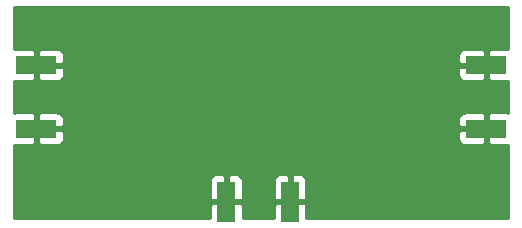
<source format=gbr>
G04 #@! TF.GenerationSoftware,KiCad,Pcbnew,5.1.9-5.1.9*
G04 #@! TF.CreationDate,2021-02-06T16:07:34+03:00*
G04 #@! TF.ProjectId,mix,6d69782e-6b69-4636-9164-5f7063625858,rev?*
G04 #@! TF.SameCoordinates,Original*
G04 #@! TF.FileFunction,Copper,L2,Bot*
G04 #@! TF.FilePolarity,Positive*
%FSLAX46Y46*%
G04 Gerber Fmt 4.6, Leading zero omitted, Abs format (unit mm)*
G04 Created by KiCad (PCBNEW 5.1.9-5.1.9) date 2021-02-06 16:07:34*
%MOMM*%
%LPD*%
G01*
G04 APERTURE LIST*
G04 #@! TA.AperFunction,SMDPad,CuDef*
%ADD10R,3.500000X1.500000*%
G04 #@! TD*
G04 #@! TA.AperFunction,SMDPad,CuDef*
%ADD11R,1.500000X3.500000*%
G04 #@! TD*
G04 #@! TA.AperFunction,ViaPad*
%ADD12C,0.800000*%
G04 #@! TD*
G04 #@! TA.AperFunction,Conductor*
%ADD13C,0.254000*%
G04 #@! TD*
G04 #@! TA.AperFunction,Conductor*
%ADD14C,0.100000*%
G04 #@! TD*
G04 APERTURE END LIST*
D10*
X128524000Y-95410000D03*
X128524000Y-90010000D03*
D11*
X150020000Y-101600000D03*
X144620000Y-101600000D03*
D10*
X166624000Y-90010000D03*
X166624000Y-95410000D03*
D12*
X130175000Y-88265000D03*
X130175000Y-97155000D03*
X130175000Y-101092000D03*
X166370000Y-88265000D03*
X166370000Y-97155000D03*
X166370000Y-101092000D03*
X137160000Y-101092000D03*
X157480000Y-101092000D03*
X142875000Y-88265000D03*
X151765000Y-88265000D03*
D13*
X168504000Y-88635862D02*
X168498482Y-88634188D01*
X168374000Y-88621928D01*
X166909750Y-88625000D01*
X166751000Y-88783750D01*
X166751000Y-89883000D01*
X166771000Y-89883000D01*
X166771000Y-90137000D01*
X166751000Y-90137000D01*
X166751000Y-91236250D01*
X166909750Y-91395000D01*
X168374000Y-91398072D01*
X168498482Y-91385812D01*
X168504000Y-91384138D01*
X168504000Y-94035862D01*
X168498482Y-94034188D01*
X168374000Y-94021928D01*
X166909750Y-94025000D01*
X166751000Y-94183750D01*
X166751000Y-95283000D01*
X166771000Y-95283000D01*
X166771000Y-95537000D01*
X166751000Y-95537000D01*
X166751000Y-96636250D01*
X166909750Y-96795000D01*
X168374000Y-96798072D01*
X168498482Y-96785812D01*
X168504001Y-96784138D01*
X168504001Y-102972000D01*
X151407279Y-102972000D01*
X151405000Y-101885750D01*
X151246250Y-101727000D01*
X150147000Y-101727000D01*
X150147000Y-101747000D01*
X149893000Y-101747000D01*
X149893000Y-101727000D01*
X148793750Y-101727000D01*
X148635000Y-101885750D01*
X148632721Y-102972000D01*
X146007279Y-102972000D01*
X146005000Y-101885750D01*
X145846250Y-101727000D01*
X144747000Y-101727000D01*
X144747000Y-101747000D01*
X144493000Y-101747000D01*
X144493000Y-101727000D01*
X143393750Y-101727000D01*
X143235000Y-101885750D01*
X143232721Y-102972000D01*
X126644000Y-102972000D01*
X126644000Y-99850000D01*
X143231928Y-99850000D01*
X143235000Y-101314250D01*
X143393750Y-101473000D01*
X144493000Y-101473000D01*
X144493000Y-99373750D01*
X144747000Y-99373750D01*
X144747000Y-101473000D01*
X145846250Y-101473000D01*
X146005000Y-101314250D01*
X146008072Y-99850000D01*
X148631928Y-99850000D01*
X148635000Y-101314250D01*
X148793750Y-101473000D01*
X149893000Y-101473000D01*
X149893000Y-99373750D01*
X150147000Y-99373750D01*
X150147000Y-101473000D01*
X151246250Y-101473000D01*
X151405000Y-101314250D01*
X151408072Y-99850000D01*
X151395812Y-99725518D01*
X151359502Y-99605820D01*
X151300537Y-99495506D01*
X151221185Y-99398815D01*
X151124494Y-99319463D01*
X151014180Y-99260498D01*
X150894482Y-99224188D01*
X150770000Y-99211928D01*
X150305750Y-99215000D01*
X150147000Y-99373750D01*
X149893000Y-99373750D01*
X149734250Y-99215000D01*
X149270000Y-99211928D01*
X149145518Y-99224188D01*
X149025820Y-99260498D01*
X148915506Y-99319463D01*
X148818815Y-99398815D01*
X148739463Y-99495506D01*
X148680498Y-99605820D01*
X148644188Y-99725518D01*
X148631928Y-99850000D01*
X146008072Y-99850000D01*
X145995812Y-99725518D01*
X145959502Y-99605820D01*
X145900537Y-99495506D01*
X145821185Y-99398815D01*
X145724494Y-99319463D01*
X145614180Y-99260498D01*
X145494482Y-99224188D01*
X145370000Y-99211928D01*
X144905750Y-99215000D01*
X144747000Y-99373750D01*
X144493000Y-99373750D01*
X144334250Y-99215000D01*
X143870000Y-99211928D01*
X143745518Y-99224188D01*
X143625820Y-99260498D01*
X143515506Y-99319463D01*
X143418815Y-99398815D01*
X143339463Y-99495506D01*
X143280498Y-99605820D01*
X143244188Y-99725518D01*
X143231928Y-99850000D01*
X126644000Y-99850000D01*
X126644000Y-96784138D01*
X126649518Y-96785812D01*
X126774000Y-96798072D01*
X128238250Y-96795000D01*
X128397000Y-96636250D01*
X128397000Y-95537000D01*
X128651000Y-95537000D01*
X128651000Y-96636250D01*
X128809750Y-96795000D01*
X130274000Y-96798072D01*
X130398482Y-96785812D01*
X130518180Y-96749502D01*
X130628494Y-96690537D01*
X130725185Y-96611185D01*
X130804537Y-96514494D01*
X130863502Y-96404180D01*
X130899812Y-96284482D01*
X130912072Y-96160000D01*
X164235928Y-96160000D01*
X164248188Y-96284482D01*
X164284498Y-96404180D01*
X164343463Y-96514494D01*
X164422815Y-96611185D01*
X164519506Y-96690537D01*
X164629820Y-96749502D01*
X164749518Y-96785812D01*
X164874000Y-96798072D01*
X166338250Y-96795000D01*
X166497000Y-96636250D01*
X166497000Y-95537000D01*
X164397750Y-95537000D01*
X164239000Y-95695750D01*
X164235928Y-96160000D01*
X130912072Y-96160000D01*
X130909000Y-95695750D01*
X130750250Y-95537000D01*
X128651000Y-95537000D01*
X128397000Y-95537000D01*
X128377000Y-95537000D01*
X128377000Y-95283000D01*
X128397000Y-95283000D01*
X128397000Y-94183750D01*
X128651000Y-94183750D01*
X128651000Y-95283000D01*
X130750250Y-95283000D01*
X130909000Y-95124250D01*
X130912072Y-94660000D01*
X164235928Y-94660000D01*
X164239000Y-95124250D01*
X164397750Y-95283000D01*
X166497000Y-95283000D01*
X166497000Y-94183750D01*
X166338250Y-94025000D01*
X164874000Y-94021928D01*
X164749518Y-94034188D01*
X164629820Y-94070498D01*
X164519506Y-94129463D01*
X164422815Y-94208815D01*
X164343463Y-94305506D01*
X164284498Y-94415820D01*
X164248188Y-94535518D01*
X164235928Y-94660000D01*
X130912072Y-94660000D01*
X130899812Y-94535518D01*
X130863502Y-94415820D01*
X130804537Y-94305506D01*
X130725185Y-94208815D01*
X130628494Y-94129463D01*
X130518180Y-94070498D01*
X130398482Y-94034188D01*
X130274000Y-94021928D01*
X128809750Y-94025000D01*
X128651000Y-94183750D01*
X128397000Y-94183750D01*
X128238250Y-94025000D01*
X126774000Y-94021928D01*
X126649518Y-94034188D01*
X126644000Y-94035862D01*
X126644000Y-91384138D01*
X126649518Y-91385812D01*
X126774000Y-91398072D01*
X128238250Y-91395000D01*
X128397000Y-91236250D01*
X128397000Y-90137000D01*
X128651000Y-90137000D01*
X128651000Y-91236250D01*
X128809750Y-91395000D01*
X130274000Y-91398072D01*
X130398482Y-91385812D01*
X130518180Y-91349502D01*
X130628494Y-91290537D01*
X130725185Y-91211185D01*
X130804537Y-91114494D01*
X130863502Y-91004180D01*
X130899812Y-90884482D01*
X130912072Y-90760000D01*
X164235928Y-90760000D01*
X164248188Y-90884482D01*
X164284498Y-91004180D01*
X164343463Y-91114494D01*
X164422815Y-91211185D01*
X164519506Y-91290537D01*
X164629820Y-91349502D01*
X164749518Y-91385812D01*
X164874000Y-91398072D01*
X166338250Y-91395000D01*
X166497000Y-91236250D01*
X166497000Y-90137000D01*
X164397750Y-90137000D01*
X164239000Y-90295750D01*
X164235928Y-90760000D01*
X130912072Y-90760000D01*
X130909000Y-90295750D01*
X130750250Y-90137000D01*
X128651000Y-90137000D01*
X128397000Y-90137000D01*
X128377000Y-90137000D01*
X128377000Y-89883000D01*
X128397000Y-89883000D01*
X128397000Y-88783750D01*
X128651000Y-88783750D01*
X128651000Y-89883000D01*
X130750250Y-89883000D01*
X130909000Y-89724250D01*
X130912072Y-89260000D01*
X164235928Y-89260000D01*
X164239000Y-89724250D01*
X164397750Y-89883000D01*
X166497000Y-89883000D01*
X166497000Y-88783750D01*
X166338250Y-88625000D01*
X164874000Y-88621928D01*
X164749518Y-88634188D01*
X164629820Y-88670498D01*
X164519506Y-88729463D01*
X164422815Y-88808815D01*
X164343463Y-88905506D01*
X164284498Y-89015820D01*
X164248188Y-89135518D01*
X164235928Y-89260000D01*
X130912072Y-89260000D01*
X130899812Y-89135518D01*
X130863502Y-89015820D01*
X130804537Y-88905506D01*
X130725185Y-88808815D01*
X130628494Y-88729463D01*
X130518180Y-88670498D01*
X130398482Y-88634188D01*
X130274000Y-88621928D01*
X128809750Y-88625000D01*
X128651000Y-88783750D01*
X128397000Y-88783750D01*
X128238250Y-88625000D01*
X126774000Y-88621928D01*
X126649518Y-88634188D01*
X126644000Y-88635862D01*
X126644000Y-85115000D01*
X168504000Y-85115000D01*
X168504000Y-88635862D01*
G04 #@! TA.AperFunction,Conductor*
D14*
G36*
X168504000Y-88635862D02*
G01*
X168498482Y-88634188D01*
X168374000Y-88621928D01*
X166909750Y-88625000D01*
X166751000Y-88783750D01*
X166751000Y-89883000D01*
X166771000Y-89883000D01*
X166771000Y-90137000D01*
X166751000Y-90137000D01*
X166751000Y-91236250D01*
X166909750Y-91395000D01*
X168374000Y-91398072D01*
X168498482Y-91385812D01*
X168504000Y-91384138D01*
X168504000Y-94035862D01*
X168498482Y-94034188D01*
X168374000Y-94021928D01*
X166909750Y-94025000D01*
X166751000Y-94183750D01*
X166751000Y-95283000D01*
X166771000Y-95283000D01*
X166771000Y-95537000D01*
X166751000Y-95537000D01*
X166751000Y-96636250D01*
X166909750Y-96795000D01*
X168374000Y-96798072D01*
X168498482Y-96785812D01*
X168504001Y-96784138D01*
X168504001Y-102972000D01*
X151407279Y-102972000D01*
X151405000Y-101885750D01*
X151246250Y-101727000D01*
X150147000Y-101727000D01*
X150147000Y-101747000D01*
X149893000Y-101747000D01*
X149893000Y-101727000D01*
X148793750Y-101727000D01*
X148635000Y-101885750D01*
X148632721Y-102972000D01*
X146007279Y-102972000D01*
X146005000Y-101885750D01*
X145846250Y-101727000D01*
X144747000Y-101727000D01*
X144747000Y-101747000D01*
X144493000Y-101747000D01*
X144493000Y-101727000D01*
X143393750Y-101727000D01*
X143235000Y-101885750D01*
X143232721Y-102972000D01*
X126644000Y-102972000D01*
X126644000Y-99850000D01*
X143231928Y-99850000D01*
X143235000Y-101314250D01*
X143393750Y-101473000D01*
X144493000Y-101473000D01*
X144493000Y-99373750D01*
X144747000Y-99373750D01*
X144747000Y-101473000D01*
X145846250Y-101473000D01*
X146005000Y-101314250D01*
X146008072Y-99850000D01*
X148631928Y-99850000D01*
X148635000Y-101314250D01*
X148793750Y-101473000D01*
X149893000Y-101473000D01*
X149893000Y-99373750D01*
X150147000Y-99373750D01*
X150147000Y-101473000D01*
X151246250Y-101473000D01*
X151405000Y-101314250D01*
X151408072Y-99850000D01*
X151395812Y-99725518D01*
X151359502Y-99605820D01*
X151300537Y-99495506D01*
X151221185Y-99398815D01*
X151124494Y-99319463D01*
X151014180Y-99260498D01*
X150894482Y-99224188D01*
X150770000Y-99211928D01*
X150305750Y-99215000D01*
X150147000Y-99373750D01*
X149893000Y-99373750D01*
X149734250Y-99215000D01*
X149270000Y-99211928D01*
X149145518Y-99224188D01*
X149025820Y-99260498D01*
X148915506Y-99319463D01*
X148818815Y-99398815D01*
X148739463Y-99495506D01*
X148680498Y-99605820D01*
X148644188Y-99725518D01*
X148631928Y-99850000D01*
X146008072Y-99850000D01*
X145995812Y-99725518D01*
X145959502Y-99605820D01*
X145900537Y-99495506D01*
X145821185Y-99398815D01*
X145724494Y-99319463D01*
X145614180Y-99260498D01*
X145494482Y-99224188D01*
X145370000Y-99211928D01*
X144905750Y-99215000D01*
X144747000Y-99373750D01*
X144493000Y-99373750D01*
X144334250Y-99215000D01*
X143870000Y-99211928D01*
X143745518Y-99224188D01*
X143625820Y-99260498D01*
X143515506Y-99319463D01*
X143418815Y-99398815D01*
X143339463Y-99495506D01*
X143280498Y-99605820D01*
X143244188Y-99725518D01*
X143231928Y-99850000D01*
X126644000Y-99850000D01*
X126644000Y-96784138D01*
X126649518Y-96785812D01*
X126774000Y-96798072D01*
X128238250Y-96795000D01*
X128397000Y-96636250D01*
X128397000Y-95537000D01*
X128651000Y-95537000D01*
X128651000Y-96636250D01*
X128809750Y-96795000D01*
X130274000Y-96798072D01*
X130398482Y-96785812D01*
X130518180Y-96749502D01*
X130628494Y-96690537D01*
X130725185Y-96611185D01*
X130804537Y-96514494D01*
X130863502Y-96404180D01*
X130899812Y-96284482D01*
X130912072Y-96160000D01*
X164235928Y-96160000D01*
X164248188Y-96284482D01*
X164284498Y-96404180D01*
X164343463Y-96514494D01*
X164422815Y-96611185D01*
X164519506Y-96690537D01*
X164629820Y-96749502D01*
X164749518Y-96785812D01*
X164874000Y-96798072D01*
X166338250Y-96795000D01*
X166497000Y-96636250D01*
X166497000Y-95537000D01*
X164397750Y-95537000D01*
X164239000Y-95695750D01*
X164235928Y-96160000D01*
X130912072Y-96160000D01*
X130909000Y-95695750D01*
X130750250Y-95537000D01*
X128651000Y-95537000D01*
X128397000Y-95537000D01*
X128377000Y-95537000D01*
X128377000Y-95283000D01*
X128397000Y-95283000D01*
X128397000Y-94183750D01*
X128651000Y-94183750D01*
X128651000Y-95283000D01*
X130750250Y-95283000D01*
X130909000Y-95124250D01*
X130912072Y-94660000D01*
X164235928Y-94660000D01*
X164239000Y-95124250D01*
X164397750Y-95283000D01*
X166497000Y-95283000D01*
X166497000Y-94183750D01*
X166338250Y-94025000D01*
X164874000Y-94021928D01*
X164749518Y-94034188D01*
X164629820Y-94070498D01*
X164519506Y-94129463D01*
X164422815Y-94208815D01*
X164343463Y-94305506D01*
X164284498Y-94415820D01*
X164248188Y-94535518D01*
X164235928Y-94660000D01*
X130912072Y-94660000D01*
X130899812Y-94535518D01*
X130863502Y-94415820D01*
X130804537Y-94305506D01*
X130725185Y-94208815D01*
X130628494Y-94129463D01*
X130518180Y-94070498D01*
X130398482Y-94034188D01*
X130274000Y-94021928D01*
X128809750Y-94025000D01*
X128651000Y-94183750D01*
X128397000Y-94183750D01*
X128238250Y-94025000D01*
X126774000Y-94021928D01*
X126649518Y-94034188D01*
X126644000Y-94035862D01*
X126644000Y-91384138D01*
X126649518Y-91385812D01*
X126774000Y-91398072D01*
X128238250Y-91395000D01*
X128397000Y-91236250D01*
X128397000Y-90137000D01*
X128651000Y-90137000D01*
X128651000Y-91236250D01*
X128809750Y-91395000D01*
X130274000Y-91398072D01*
X130398482Y-91385812D01*
X130518180Y-91349502D01*
X130628494Y-91290537D01*
X130725185Y-91211185D01*
X130804537Y-91114494D01*
X130863502Y-91004180D01*
X130899812Y-90884482D01*
X130912072Y-90760000D01*
X164235928Y-90760000D01*
X164248188Y-90884482D01*
X164284498Y-91004180D01*
X164343463Y-91114494D01*
X164422815Y-91211185D01*
X164519506Y-91290537D01*
X164629820Y-91349502D01*
X164749518Y-91385812D01*
X164874000Y-91398072D01*
X166338250Y-91395000D01*
X166497000Y-91236250D01*
X166497000Y-90137000D01*
X164397750Y-90137000D01*
X164239000Y-90295750D01*
X164235928Y-90760000D01*
X130912072Y-90760000D01*
X130909000Y-90295750D01*
X130750250Y-90137000D01*
X128651000Y-90137000D01*
X128397000Y-90137000D01*
X128377000Y-90137000D01*
X128377000Y-89883000D01*
X128397000Y-89883000D01*
X128397000Y-88783750D01*
X128651000Y-88783750D01*
X128651000Y-89883000D01*
X130750250Y-89883000D01*
X130909000Y-89724250D01*
X130912072Y-89260000D01*
X164235928Y-89260000D01*
X164239000Y-89724250D01*
X164397750Y-89883000D01*
X166497000Y-89883000D01*
X166497000Y-88783750D01*
X166338250Y-88625000D01*
X164874000Y-88621928D01*
X164749518Y-88634188D01*
X164629820Y-88670498D01*
X164519506Y-88729463D01*
X164422815Y-88808815D01*
X164343463Y-88905506D01*
X164284498Y-89015820D01*
X164248188Y-89135518D01*
X164235928Y-89260000D01*
X130912072Y-89260000D01*
X130899812Y-89135518D01*
X130863502Y-89015820D01*
X130804537Y-88905506D01*
X130725185Y-88808815D01*
X130628494Y-88729463D01*
X130518180Y-88670498D01*
X130398482Y-88634188D01*
X130274000Y-88621928D01*
X128809750Y-88625000D01*
X128651000Y-88783750D01*
X128397000Y-88783750D01*
X128238250Y-88625000D01*
X126774000Y-88621928D01*
X126649518Y-88634188D01*
X126644000Y-88635862D01*
X126644000Y-85115000D01*
X168504000Y-85115000D01*
X168504000Y-88635862D01*
G37*
G04 #@! TD.AperFunction*
M02*

</source>
